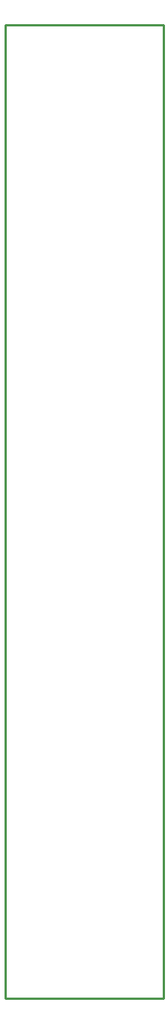
<source format=gko>
G04 Layer: BoardOutline*
G04 EasyEDA v6.4.19.5, 2021-06-09T13:24:33+02:00*
G04 4d0a35ba0e1948c19c820806b4e2a2d6,fb9c11b3819f4bbabdc06984e21ef5f2,10*
G04 Gerber Generator version 0.2*
G04 Scale: 100 percent, Rotated: No, Reflected: No *
G04 Dimensions in millimeters *
G04 leading zeros omitted , absolute positions ,4 integer and 5 decimal *
%FSLAX45Y45*%
%MOMM*%

%ADD10C,0.2540*%
D10*
X0Y0D02*
G01*
X1778000Y0D01*
X1778000Y-10922000D01*
X0Y-10922000D01*
X0Y0D01*

%LPD*%
M02*

</source>
